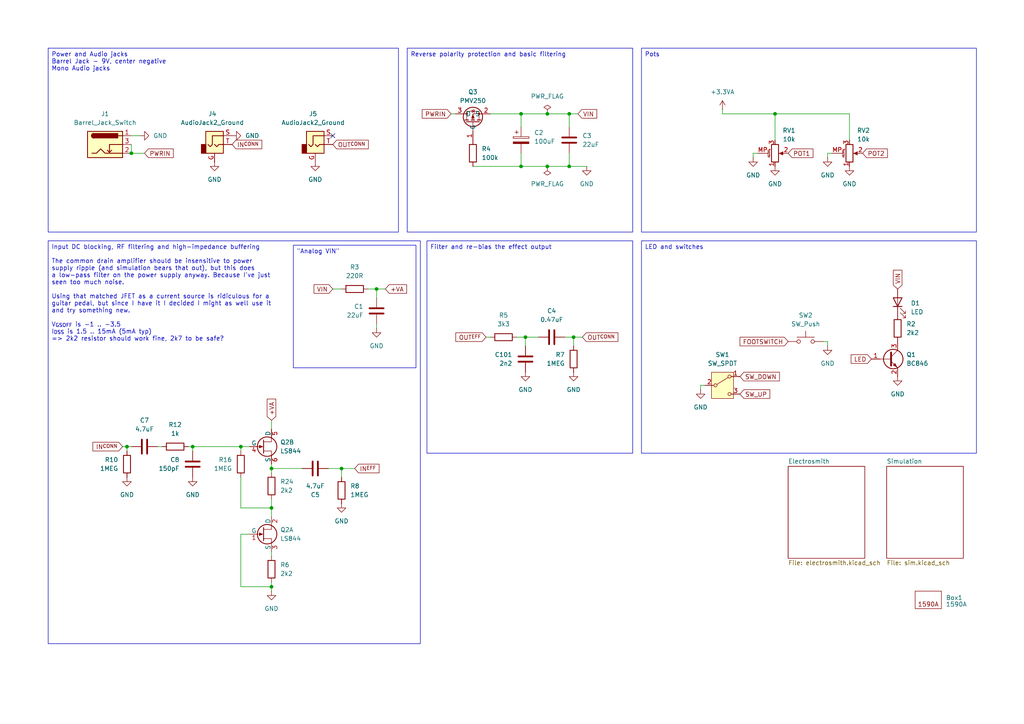
<source format=kicad_sch>
(kicad_sch (version 20250114) (generator "eeschema") (generator_version "9.0")
  (paper "A4")
  (title_block (title "Daisy Seed Base Board") (date "2025-08-18") (rev "v1.0"))
  (lib_symbols
    (symbol "Connector:Barrel_Jack_Switch" (pin_names (hide yes))
      (property "Reference" "J" (at 0 5.334 0))
      (property "Value" "Barrel_Jack_Switch" (at 0 -5.08 0))
      (symbol "Barrel_Jack_Switch_0_1"
        (rectangle (start -5.08 3.81) (end 5.08 -3.81) (stroke (width 0.254)) (fill (type background)))
        (polyline (pts (xy -3.81 -2.54) (xy -2.54 -2.54) (xy -1.27 -1.27) (xy 0 -2.54) (xy 2.54 -2.54) (xy 5.08 -2.54)) (stroke (width 0.254)))
        (arc (start -3.302 1.905) (mid -3.9343 2.54) (end -3.302 3.175) (stroke (width 0.254)))
        (arc (start -3.302 1.905) (mid -3.9343 2.54) (end -3.302 3.175) (stroke (width 0.254)) (fill (type outline)))
        (polyline (pts (xy 1.27 -2.286) (xy 1.905 -1.651)) (stroke (width 0.254)))
        (rectangle (start 3.683 3.175) (end -3.302 1.905) (stroke (width 0.254)) (fill (type outline)))
        (polyline (pts (xy 5.08 2.54) (xy 3.81 2.54)) (stroke (width 0.254)))
        (polyline (pts (xy 5.08 0) (xy 1.27 0) (xy 1.27 -2.286) (xy 0.635 -1.651)) (stroke (width 0.254)))
      )
      (symbol "Barrel_Jack_Switch_1_1"
        (pin passive line (at 7.62 2.54 180) (length 2.54) (name "~") (number "1"))
        (pin passive line (at 7.62 0 180) (length 2.54) (name "~") (number "3"))
        (pin passive line (at 7.62 -2.54 180) (length 2.54) (name "~") (number "2"))
      )
    )
    (symbol "Connector_Audio:AudioJack2_Ground"
      (property "Reference" "J" (at 0 8.89 0))
      (property "Value" "AudioJack2_Ground" (at 0 6.35 0))
      (symbol "AudioJack2_Ground_0_1"
        (rectangle (start -2.54 -2.54) (end -3.81 0) (stroke (width 0.254)) (fill (type outline)))
        (polyline (pts (xy 0 0) (xy 0.635 -0.635) (xy 1.27 0) (xy 2.54 0)) (stroke (width 0.254)))
        (rectangle (start 2.54 3.81) (end -2.54 -2.54) (stroke (width 0.254)) (fill (type background)))
        (polyline (pts (xy 2.54 2.54) (xy -0.635 2.54) (xy -0.635 0) (xy -1.27 -0.635) (xy -1.905 0)) (stroke (width 0.254)))
      )
      (symbol "AudioJack2_Ground_1_1"
        (pin passive line (at 0 -5.08 90) (length 2.54) (name "~") (number "G"))
        (pin passive line (at 5.08 2.54 180) (length 2.54) (name "~") (number "S"))
        (pin passive line (at 5.08 0 180) (length 2.54) (name "~") (number "T"))
      )
    )
    (symbol "Device:C" (pin_numbers (hide yes)) (pin_names (offset 0.254))
      (property "Reference" "C" (at 0.635 2.54 0))
      (property "Value" "C" (at 0.635 -2.54 0))
      (symbol "C_0_1"
        (polyline (pts (xy -2.032 0.762) (xy 2.032 0.762)) (stroke (width 0.508)))
        (polyline (pts (xy -2.032 -0.762) (xy 2.032 -0.762)) (stroke (width 0.508)))
      )
      (symbol "C_1_1"
        (pin passive line (at 0 3.81 270) (length 2.794) (name "~") (number "1"))
        (pin passive line (at 0 -3.81 90) (length 2.794) (name "~") (number "2"))
      )
    )
    (symbol "Device:C_Polarized" (pin_numbers (hide yes)) (pin_names (offset 0.254))
      (property "Reference" "C" (at 0.635 2.54 0))
      (property "Value" "C_Polarized" (at 0.635 -2.54 0))
      (symbol "C_Polarized_0_1"
        (rectangle (start -2.286 0.508) (end 2.286 1.016))
        (polyline (pts (xy -1.778 2.286) (xy -0.762 2.286)))
        (polyline (pts (xy -1.27 2.794) (xy -1.27 1.778)))
        (rectangle (start 2.286 -0.508) (end -2.286 -1.016) (fill (type outline)))
      )
      (symbol "C_Polarized_1_1"
        (pin passive line (at 0 3.81 270) (length 2.794) (name "~") (number "1"))
        (pin passive line (at 0 -3.81 90) (length 2.794) (name "~") (number "2"))
      )
    )
    (symbol "Device:LED" (pin_numbers (hide yes)) (pin_names (offset 1.016) (hide yes))
      (property "Reference" "D" (at 0 2.54 0))
      (property "Value" "LED" (at 0 -2.54 0))
      (symbol "LED_0_1"
        (polyline (pts (xy -3.048 -0.762) (xy -4.572 -2.286) (xy -3.81 -2.286) (xy -4.572 -2.286) (xy -4.572 -1.524)))
        (polyline (pts (xy -1.778 -0.762) (xy -3.302 -2.286) (xy -2.54 -2.286) (xy -3.302 -2.286) (xy -3.302 -1.524)))
        (polyline (pts (xy -1.27 0) (xy 1.27 0)))
        (polyline (pts (xy -1.27 -1.27) (xy -1.27 1.27)) (stroke (width 0.254)))
        (polyline (pts (xy 1.27 -1.27) (xy 1.27 1.27) (xy -1.27 0) (xy 1.27 -1.27)) (stroke (width 0.254)))
      )
      (symbol "LED_1_1"
        (pin passive line (at -3.81 0 0) (length 2.54) (name "K") (number "1"))
        (pin passive line (at 3.81 0 180) (length 2.54) (name "A") (number "2"))
      )
    )
    (symbol "Device:R" (pin_numbers (hide yes)) (pin_names (offset 0))
      (property "Reference" "R" (at 2.032 0 90))
      (property "Value" "R" (at 0 0 90))
      (symbol "R_0_1"
        (rectangle (start -1.016 -2.54) (end 1.016 2.54) (stroke (width 0.254)))
      )
      (symbol "R_1_1"
        (pin passive line (at 0 3.81 270) (length 1.27) (name "~") (number "1"))
        (pin passive line (at 0 -3.81 90) (length 1.27) (name "~") (number "2"))
      )
    )
    (symbol "Device:R_Potentiometer_MountingPin" (pin_names (offset 1.016) (hide yes))
      (property "Reference" "RV" (at -8.255 0 90))
      (property "Value" "R_Potentiometer_MountingPin" (at -6.35 0 90))
      (symbol "R_Potentiometer_MountingPin_0_1"
        (rectangle (start 1.016 2.54) (end -1.016 -2.54) (stroke (width 0.254)))
        (polyline (pts (xy 1.143 0) (xy 2.286 0.508) (xy 2.286 -0.508)) (fill (type outline)))
        (polyline (pts (xy 2.54 0) (xy 1.524 0)))
      )
      (symbol "R_Potentiometer_MountingPin_1_1"
        (polyline (pts (xy -2.032 1.016) (xy -2.032 -1.016)) (stroke (width 0.1524)))
        (text "Mounting" (at -1.651 0 900) (effects (font (size 0.381 0.381))))
        (pin passive line (at -5.08 0 0) (length 3.048) (name "MountPin") (number "MP"))
        (pin passive line (at 0 3.81 270) (length 1.27) (name "1") (number "1"))
        (pin passive line (at 0 -3.81 90) (length 1.27) (name "3") (number "3"))
        (pin passive line (at 3.81 0 180) (length 1.27) (name "2") (number "2"))
      )
    )
    (symbol "Mylib:Enclosure_1590A" (exclude_from_sim yes)
      (property "Reference" "Box" (at 0 0 0))
      (symbol "Enclosure_1590A_0_1"
        (rectangle (start -3.81 1.27) (end 3.81 -3.81))
      )
      (symbol "Enclosure_1590A_1_1"
        (text "1590A" (at 0 -2.54 0) (effects (font (size 1.27 1.27))))
      )
    )
    (symbol "Mylib:LS844" (pin_names (offset 0))
      (property "Reference" "Q" (at 5.08 1.27 0))
      (property "Value" "LS844" (at 7.62 -1.27 0))
      (symbol "LS844_1_1"
        (polyline (pts (xy 0 0) (xy -1.016 0.381) (xy -1.016 -0.381) (xy 0 0)) (fill (type outline)))
        (polyline (pts (xy 0.254 1.905) (xy 0.254 -1.905) (xy 0.254 -1.905)) (stroke (width 0.254)))
        (circle (center 1.27 0) (radius 2.8194) (stroke (width 0.254)))
        (polyline (pts (xy 2.54 2.54) (xy 2.54 1.397) (xy 0.254 1.397)))
        (polyline (pts (xy 2.54 -2.54) (xy 2.54 -1.27) (xy 0.254 -1.27)))
        (pin input line (at -3.81 0 0) (length 2.54) (name "G") (number "1"))
        (pin passive line (at 2.54 5.08 270) (length 2.54) (name "D") (number "2"))
        (pin passive line (at 2.54 -5.08 90) (length 2.54) (name "S") (number "3"))
      )
      (symbol "LS844_2_1"
        (polyline (pts (xy 0 0) (xy -1.016 0.381) (xy -1.016 -0.381) (xy 0 0)) (fill (type outline)))
        (polyline (pts (xy 0.254 1.905) (xy 0.254 -1.905) (xy 0.254 -1.905)) (stroke (width 0.254)))
        (circle (center 1.27 0) (radius 2.8194) (stroke (width 0.254)))
        (polyline (pts (xy 2.54 2.54) (xy 2.54 1.397) (xy 0.254 1.397)))
        (polyline (pts (xy 2.54 -2.54) (xy 2.54 -1.27) (xy 0.254 -1.27)))
        (pin input line (at -3.81 0 0) (length 2.54) (name "G") (number "4"))
        (pin passive line (at 2.54 5.08 270) (length 2.54) (name "D") (number "5"))
        (pin passive line (at 2.54 -5.08 90) (length 2.54) (name "S") (number "6"))
      )
    )
    (symbol "Mylib:PMV250EPEAR"
      (property "Reference" "Q" (at 0 4.572 0))
      (property "Value" "PMV250" (at 0 6.604 0))
      (symbol "PMV250EPEAR_0_1"
        (polyline (pts (xy -2.54 0) (xy -1.778 0)))
        (polyline (pts (xy -2.286 -1.778) (xy -1.27 -1.778)) (stroke (width 0.254)))
        (polyline (pts (xy -1.905 -2.286) (xy 1.905 -2.286)) (stroke (width 0.254)))
        (circle (center -1.778 0) (radius 0.254) (fill (type outline)))
        (polyline (pts (xy -1.778 -1.778) (xy -1.778 0.762) (xy 1.778 0.762) (xy 1.778 -1.778)))
        (polyline (pts (xy -0.508 -1.778) (xy 0.508 -1.778)) (stroke (width 0.254)))
        (polyline (pts (xy 0 -0.254) (xy -0.381 -1.27) (xy 0.381 -1.27) (xy 0 -0.254)) (fill (type outline)))
        (circle (center 0 -0.889) (radius 2.794) (stroke (width 0.254)))
        (polyline (pts (xy 0 -2.286) (xy 0 -5.08)))
        (polyline (pts (xy 0.381 0.762) (xy -0.254 0.381) (xy -0.254 1.143) (xy 0.381 0.762)))
        (polyline (pts (xy 0.508 0.254) (xy 0.381 0.381) (xy 0.381 1.143) (xy 0.254 1.27)))
        (polyline (pts (xy 1.27 -1.778) (xy 2.286 -1.778)) (stroke (width 0.254)))
        (circle (center 1.778 0) (radius 0.254) (fill (type outline)))
        (polyline (pts (xy 2.54 0) (xy 0 0) (xy 0 -1.778)))
      )
      (symbol "PMV250EPEAR_1_1"
        (pin passive line (at -5.08 0 0) (length 2.54) (name "D") (number "3"))
        (pin input line (at 0 -7.62 90) (length 2.54) (name "G") (number "1"))
        (pin passive line (at 5.08 0 180) (length 2.54) (name "S") (number "2"))
      )
    )
    (symbol "Switch:SW_Push" (pin_numbers (hide yes)) (pin_names (offset 1.016) (hide yes))
      (property "Reference" "SW" (at 1.27 2.54 0))
      (property "Value" "SW_Push" (at 0 -1.524 0))
      (symbol "SW_Push_0_1"
        (circle (center -2.032 0) (radius 0.508))
        (polyline (pts (xy 0 1.27) (xy 0 3.048)))
        (circle (center 2.032 0) (radius 0.508))
        (polyline (pts (xy 2.54 1.27) (xy -2.54 1.27)))
        (pin passive line (at -5.08 0 0) (length 2.54) (name "1") (number "1"))
        (pin passive line (at 5.08 0 180) (length 2.54) (name "2") (number "2"))
      )
    )
    (symbol "Switch:SW_SPDT" (pin_names (offset 0) (hide yes))
      (property "Reference" "SW" (at 0 5.08 0))
      (property "Value" "SW_SPDT" (at 0 -5.08 0))
      (symbol "SW_SPDT_0_1"
        (circle (center -2.032 0) (radius 0.4572))
        (polyline (pts (xy -1.651 0.254) (xy 1.651 2.286)))
        (circle (center 2.032 2.54) (radius 0.4572))
        (circle (center 2.032 -2.54) (radius 0.4572))
      )
      (symbol "SW_SPDT_1_1"
        (rectangle (start -3.175 3.81) (end 3.175 -3.81) (fill (type background)))
        (pin passive line (at -5.08 0 0) (length 2.54) (name "B") (number "2"))
        (pin passive line (at 5.08 2.54 180) (length 2.54) (name "A") (number "1"))
        (pin passive line (at 5.08 -2.54 180) (length 2.54) (name "C") (number "3"))
      )
    )
    (symbol "Transistor_BJT:BC846" (pin_names (offset 0) (hide yes))
      (property "Reference" "Q" (at 5.08 1.905 0))
      (property "Value" "BC846" (at 5.08 0 0))
      (symbol "BC846_0_1"
        (polyline (pts (xy -2.54 0) (xy 0.635 0)))
        (polyline (pts (xy 0.635 1.905) (xy 0.635 -1.905)) (stroke (width 0.508)))
        (circle (center 1.27 0) (radius 2.8194) (stroke (width 0.254)))
      )
      (symbol "BC846_1_1"
        (polyline (pts (xy 0.635 0.635) (xy 2.54 2.54)))
        (polyline (pts (xy 0.635 -0.635) (xy 2.54 -2.54)))
        (polyline (pts (xy 1.27 -1.778) (xy 1.778 -1.27) (xy 2.286 -2.286) (xy 1.27 -1.778)) (fill (type outline)))
        (pin input line (at -5.08 0 0) (length 2.54) (name "B") (number "1"))
        (pin passive line (at 2.54 5.08 270) (length 2.54) (name "C") (number "3"))
        (pin passive line (at 2.54 -5.08 90) (length 2.54) (name "E") (number "2"))
      )
    )
    (symbol "power:+3.3VA" (power) (pin_numbers (hide yes)) (pin_names (offset 0) (hide yes))
      (property "Value" "+3.3VA" (at 0 3.556 0))
      (symbol "+3.3VA_0_1"
        (polyline (pts (xy -0.762 1.27) (xy 0 2.54)))
        (polyline (pts (xy 0 2.54) (xy 0.762 1.27)))
        (polyline (pts (xy 0 0) (xy 0 2.54)))
      )
      (symbol "+3.3VA_1_1"
        (pin power_in line (at 0 0 90) (length 0) (name "~") (number "1"))
      )
    )
    (symbol "power:GND" (power) (pin_numbers (hide yes)) (pin_names (offset 0) (hide yes))
      (property "Value" "GND" (at 0 -3.81 0))
      (symbol "GND_0_1"
        (polyline (pts (xy 0 0) (xy 0 -1.27) (xy 1.27 -1.27) (xy 0 -2.54) (xy -1.27 -1.27) (xy 0 -1.27)))
      )
      (symbol "GND_1_1"
        (pin power_in line (at 0 0 270) (length 0) (name "~") (number "1"))
      )
    )
    (symbol "power:PWR_FLAG" (power) (pin_numbers (hide yes)) (pin_names (offset 0) (hide yes))
      (property "Value" "PWR_FLAG" (at 0 3.81 0))
      (symbol "PWR_FLAG_0_0"
        (pin power_out line (at 0 0 90) (length 0) (name "~") (number "1"))
      )
      (symbol "PWR_FLAG_0_1"
        (polyline (pts (xy 0 0) (xy 0 1.27) (xy -1.016 1.905) (xy 0 2.54) (xy 1.016 1.905) (xy 0 1.27)))
      )
    )
  )
  (text_box "Power and Audio jacks\nBarrel Jack - 9V, center negative\nMono Audio jacks" (at 13.97 13.97 0) (size 101.6 53.34) (margins 0.9525 0.9525 0.9525 0.9525) (effects (font (size 1.27 1.27)) (justify left top)))
  (text_box "Filter and re-bias the effect output" (at 123.825 69.85 0) (size 59.69 61.595) (margins 0.9525 0.9525 0.9525 0.9525) (effects (font (size 1.27 1.27)) (justify left top)))
  (text_box "\"Analog VIN\"" (at 85.09 71.12 0) (size 35.56 35.56) (margins 0.9525 0.9525 0.9525 0.9525) (effects (font (size 1.27 1.27)) (justify left top)))
  (text_box "Reverse polarity protection and basic filtering" (at 118.11 13.97 0) (size 65.405 53.34) (margins 0.9525 0.9525 0.9525 0.9525) (effects (font (size 1.27 1.27)) (justify left top)))
  (text_box "Pots" (at 186.055 13.97 0) (size 97.155 53.34) (margins 0.9525 0.9525 0.9525 0.9525) (effects (font (size 1.27 1.27)) (justify left top)))
  (text_box "LED and switches" (at 186.055 69.85 0) (size 97.155 61.595) (margins 0.9525 0.9525 0.9525 0.9525) (effects (font (size 1.27 1.27)) (justify left top)))
  (text_box "Input DC blocking, RF filtering and high-impedance buffering\n\nThe common drain amplifier should be insensitive to power\nsupply ripple (and simulation bears that out), but this does\na low-pass filter on the power supply anyway. Because I've just\nseen too much noise.\n\nUsing that matched JFET as a current source is ridiculous for a\nguitar pedal, but since I have it I decided I might as well use it\nand try something new.\n\nV_{GSOFF} is -1 .. -3.5\nI_{DSS} is 1.5 .. 15mA (5mA typ)\n=> 2k2 resistor should work fine, 2k7 to be safe?" (at 13.97 69.85 0) (size 107.95 116.84) (margins 0.9525 0.9525 0.9525 0.9525) (effects (font (size 1.27 1.27)) (justify left top)))
  (junction (at 151.13 33.02))
  (junction (at 78.74 147.32))
  (junction (at 78.74 135.89))
  (junction (at 151.13 48.26))
  (junction (at 165.1 33.02))
  (junction (at 99.06 135.89))
  (junction (at 78.74 170.18))
  (junction (at 69.85 129.54))
  (junction (at 158.75 48.26))
  (junction (at 109.22 83.82))
  (junction (at 152.4 97.79))
  (junction (at 38.1 44.45))
  (junction (at 166.37 97.79))
  (junction (at 36.83 129.54))
  (junction (at 55.88 129.54))
  (junction (at 224.79 33.02))
  (junction (at 158.75 33.02))
  (junction (at 165.1 48.26))
  (no_connect (at 96.52 39.37))
  (wire (pts (xy 152.4 97.79) (xy 152.4 100.33)))
  (wire (pts (xy 209.55 33.02) (xy 224.79 33.02)))
  (wire (pts (xy 219.71 44.45) (xy 218.44 44.45)))
  (wire (pts (xy 156.21 97.79) (xy 152.4 97.79)))
  (wire (pts (xy 246.38 33.02) (xy 246.38 40.64)))
  (wire (pts (xy 203.2 111.76) (xy 203.2 113.03)))
  (wire (pts (xy 55.88 129.54) (xy 55.88 130.81)))
  (wire (pts (xy 109.22 93.98) (xy 109.22 95.25)))
  (wire (pts (xy 140.97 97.79) (xy 142.24 97.79)))
  (wire (pts (xy 38.1 44.45) (xy 41.91 44.45)))
  (wire (pts (xy 151.13 44.45) (xy 151.13 48.26)))
  (wire (pts (xy 69.85 147.32) (xy 78.74 147.32)))
  (wire (pts (xy 165.1 44.45) (xy 165.1 48.26)))
  (wire (pts (xy 203.2 111.76) (xy 204.47 111.76)))
  (wire (pts (xy 240.03 99.06) (xy 238.76 99.06)))
  (wire (pts (xy 137.16 48.26) (xy 151.13 48.26)))
  (wire (pts (xy 95.25 135.89) (xy 99.06 135.89)))
  (wire (pts (xy 96.52 83.82) (xy 99.06 83.82)))
  (wire (pts (xy 78.74 135.89) (xy 78.74 134.62)))
  (wire (pts (xy 130.81 33.02) (xy 132.08 33.02)))
  (wire (pts (xy 240.03 100.33) (xy 240.03 99.06)))
  (wire (pts (xy 142.24 33.02) (xy 151.13 33.02)))
  (wire (pts (xy 78.74 168.91) (xy 78.74 170.18)))
  (wire (pts (xy 224.79 33.02) (xy 224.79 40.64)))
  (wire (pts (xy 241.3 44.45) (xy 240.03 44.45)))
  (wire (pts (xy 36.83 129.54) (xy 36.83 130.81)))
  (wire (pts (xy 165.1 33.02) (xy 165.1 36.83)))
  (wire (pts (xy 78.74 170.18) (xy 78.74 171.45)))
  (wire (pts (xy 218.44 44.45) (xy 218.44 45.72)))
  (wire (pts (xy 151.13 33.02) (xy 158.75 33.02)))
  (wire (pts (xy 69.85 129.54) (xy 69.85 130.81)))
  (wire (pts (xy 45.72 129.54) (xy 46.99 129.54)))
  (wire (pts (xy 78.74 137.16) (xy 78.74 135.89)))
  (wire (pts (xy 158.75 33.02) (xy 165.1 33.02)))
  (wire (pts (xy 158.75 48.26) (xy 165.1 48.26)))
  (wire (pts (xy 166.37 100.33) (xy 166.37 97.79)))
  (wire (pts (xy 78.74 144.78) (xy 78.74 147.32)))
  (wire (pts (xy 209.55 31.75) (xy 209.55 33.02)))
  (wire (pts (xy 54.61 129.54) (xy 55.88 129.54)))
  (wire (pts (xy 99.06 135.89) (xy 99.06 138.43)))
  (wire (pts (xy 165.1 33.02) (xy 167.64 33.02)))
  (wire (pts (xy 152.4 97.79) (xy 149.86 97.79)))
  (wire (pts (xy 111.76 83.82) (xy 109.22 83.82)))
  (wire (pts (xy 240.03 44.45) (xy 240.03 45.72)))
  (wire (pts (xy 69.85 129.54) (xy 72.39 129.54)))
  (wire (pts (xy 106.68 83.82) (xy 109.22 83.82)))
  (wire (pts (xy 38.1 41.91) (xy 38.1 44.45)))
  (wire (pts (xy 55.88 129.54) (xy 69.85 129.54)))
  (wire (pts (xy 78.74 135.89) (xy 87.63 135.89)))
  (wire (pts (xy 224.79 33.02) (xy 246.38 33.02)))
  (wire (pts (xy 166.37 97.79) (xy 168.91 97.79)))
  (wire (pts (xy 35.56 129.54) (xy 36.83 129.54)))
  (wire (pts (xy 78.74 121.92) (xy 78.74 124.46)))
  (wire (pts (xy 69.85 170.18) (xy 69.85 154.94)))
  (wire (pts (xy 38.1 39.37) (xy 40.64 39.37)))
  (wire (pts (xy 78.74 160.02) (xy 78.74 161.29)))
  (wire (pts (xy 36.83 129.54) (xy 38.1 129.54)))
  (wire (pts (xy 69.85 138.43) (xy 69.85 147.32)))
  (wire (pts (xy 78.74 170.18) (xy 69.85 170.18)))
  (wire (pts (xy 166.37 97.79) (xy 163.83 97.79)))
  (wire (pts (xy 99.06 135.89) (xy 102.87 135.89)))
  (wire (pts (xy 165.1 48.26) (xy 170.18 48.26)))
  (wire (pts (xy 109.22 83.82) (xy 109.22 86.36)))
  (wire (pts (xy 151.13 36.83) (xy 151.13 33.02)))
  (wire (pts (xy 151.13 48.26) (xy 158.75 48.26)))
  (wire (pts (xy 69.85 154.94) (xy 72.39 154.94)))
  (wire (pts (xy 78.74 147.32) (xy 78.74 149.86)))
  (global_label "+VA" (shape input) (at 111.76 83.82 0) (property "Intersheetrefs" "${INTERSHEET_REFS}" (effects (hide yes))))
  (global_label "FOOTSWITCH" (shape input) (at 228.6 99.06 180) (property "Intersheetrefs" "${INTERSHEET_REFS}" (effects (hide yes))))
  (global_label "IN^{CONN}" (shape input) (at 35.56 129.54 180) (property "Intersheetrefs" "${INTERSHEET_REFS}" (effects (hide yes))))
  (global_label "PWRIN" (shape input) (at 41.91 44.45 0) (property "Intersheetrefs" "${INTERSHEET_REFS}" (effects (hide yes))))
  (global_label "+VA" (shape input) (at 78.74 121.92 90) (property "Intersheetrefs" "${INTERSHEET_REFS}" (effects (hide yes))))
  (global_label "OUT^{CONN}" (shape input) (at 96.52 41.91 0) (property "Intersheetrefs" "${INTERSHEET_REFS}" (effects (hide yes))))
  (global_label "POT1" (shape input) (at 228.6 44.45 0) (property "Intersheetrefs" "${INTERSHEET_REFS}" (effects (hide yes))))
  (global_label "IN^{CONN}" (shape input) (at 67.31 41.91 0) (property "Intersheetrefs" "${INTERSHEET_REFS}" (effects (hide yes))))
  (global_label "OUT^{EFF}" (shape input) (at 140.97 97.79 180) (property "Intersheetrefs" "${INTERSHEET_REFS}" (effects (hide yes))))
  (global_label "OUT^{CONN}" (shape input) (at 168.91 97.79 0) (property "Intersheetrefs" "${INTERSHEET_REFS}" (effects (hide yes))))
  (global_label "IN^{EFF}" (shape input) (at 102.87 135.89 0) (property "Intersheetrefs" "${INTERSHEET_REFS}" (effects (hide yes))))
  (global_label "SW_UP" (shape input) (at 214.63 114.3 0) (property "Intersheetrefs" "${INTERSHEET_REFS}" (effects (hide yes))))
  (global_label "PWRIN" (shape input) (at 130.81 33.02 180) (property "Intersheetrefs" "${INTERSHEET_REFS}" (effects (hide yes))))
  (global_label "VIN" (shape input) (at 167.64 33.02 0) (property "Intersheetrefs" "${INTERSHEET_REFS}" (effects (hide yes))))
  (global_label "LED" (shape input) (at 252.73 104.14 180) (property "Intersheetrefs" "${INTERSHEET_REFS}" (effects (hide yes))))
  (global_label "SW_DOWN" (shape input) (at 214.63 109.22 0) (property "Intersheetrefs" "${INTERSHEET_REFS}" (effects (hide yes))))
  (global_label "VIN" (shape input) (at 260.35 83.82 90) (property "Intersheetrefs" "${INTERSHEET_REFS}" (effects (hide yes))))
  (global_label "POT2" (shape input) (at 250.19 44.45 0) (property "Intersheetrefs" "${INTERSHEET_REFS}" (effects (hide yes))))
  (global_label "VIN" (shape input) (at 96.52 83.82 180) (property "Intersheetrefs" "${INTERSHEET_REFS}" (effects (hide yes))))
  (symbol (lib_id "Connector_Audio:AudioJack2_Ground") (at 62.23 41.91 0) (unit 1) (exclude_from_sim yes)
    (property "Reference" "J4" (at 61.595 33.02 0))
    (property "Value" "AudioJack2_Ground" (at 61.595 35.56 0))
    (property "Footprint" "Mylib:CK-6.35" (effects (hide yes)))
    (property "Description" "Audio Jack, 2 Poles (Mono / TS), Grounded Sleeve" (effects (hide yes)))
  )
  (symbol (lib_id "power:GND") (at 36.83 138.43 0) (unit 1)
    (property "Reference" "#PWR012" (effects (hide yes)))
    (property "Value" "GND" (at 36.83 143.51 0))
    (property "Description" "Power symbol creates a global label with name \"GND\" , ground" (effects (hide yes)))
  )
  (symbol (lib_id "power:GND") (at 67.31 39.37 90) (unit 1)
    (property "Reference" "#PWR016" (effects (hide yes)))
    (property "Value" "GND" (at 71.12 39.3699 90) (effects (justify right)))
    (property "Description" "Power symbol creates a global label with name \"GND\" , ground" (effects (hide yes)))
  )
  (symbol (lib_id "power:GND") (at 109.22 95.25 0) (unit 1)
    (property "Reference" "#PWR022" (effects (hide yes)))
    (property "Value" "GND" (at 109.22 100.33 0))
    (property "Description" "Power symbol creates a global label with name \"GND\" , ground" (effects (hide yes)))
  )
  (symbol (lib_id "power:GND") (at 78.74 171.45 0) (unit 1)
    (property "Reference" "#PWR024" (effects (hide yes)))
    (property "Value" "GND" (at 78.74 176.53 0))
    (property "Description" "Power symbol creates a global label with name \"GND\" , ground" (effects (hide yes)))
  )
  (symbol (lib_id "power:GND") (at 218.44 45.72 0) (unit 1)
    (property "Reference" "#PWR06" (effects (hide yes)))
    (property "Value" "GND" (at 218.44 50.8 0))
    (property "Description" "Power symbol creates a global label with name \"GND\" , ground" (effects (hide yes)))
  )
  (symbol (lib_id "power:GND") (at 99.06 146.05 0) (unit 1)
    (property "Reference" "#PWR02" (effects (hide yes)))
    (property "Value" "GND" (at 99.06 151.13 0))
    (property "Description" "Power symbol creates a global label with name \"GND\" , ground" (effects (hide yes)))
  )
  (symbol (lib_id "Device:R") (at 102.87 83.82 90) (unit 1)
    (property "Reference" "R3" (at 102.87 77.47 90))
    (property "Value" "220R" (at 102.87 80.01 90))
    (property "Footprint" "Resistor_SMD:R_0805_2012Metric" (effects (hide yes)))
    (property "Description" "Resistor" (effects (hide yes)))
  )
  (symbol (lib_id "Device:R") (at 50.8 129.54 90) (unit 1)
    (property "Reference" "R12" (at 50.8 123.19 90))
    (property "Value" "1k" (at 50.8 125.73 90))
    (property "Footprint" "Resistor_SMD:R_0805_2012Metric" (effects (hide yes)))
    (property "Description" "Resistor" (effects (hide yes)))
  )
  (symbol (lib_id "power:GND") (at 203.2 113.03 0) (unit 1)
    (property "Reference" "#PWR03" (effects (hide yes)))
    (property "Value" "GND" (at 203.2 118.11 0))
    (property "Description" "Power symbol creates a global label with name \"GND\" , ground" (effects (hide yes)))
  )
  (symbol (lib_id "Mylib:LS844") (at 76.2 129.54 0) (unit 2)
    (property "Reference" "Q2" (at 81.28 128.2699 0) (effects (justify left)))
    (property "Value" "LS844" (at 81.28 130.8099 0) (effects (justify left)))
    (property "Footprint" "Package_TO_SOT_SMD:SOT-23-6" (effects (hide yes)))
    (property "Datasheet" "https://www.linearsystems.com/_files/ugd/7e8069_af7c9fb7f03c4b5d9006d837ab0e39e7.pdf" (effects (hide yes)))
    (property "Description" "Matched Dual N‑Channel JFET, SOT-23-6L" (effects (hide yes)))
    (property "Sim.Library" "/home/torvalds/KiCad/1590A/symbols/LS844.lib" (effects (hide yes)))
    (property "Sim.Name" "LS844" (effects (hide yes)))
    (property "Sim.Device" "SUBCKT" (effects (hide yes)))
    (property "Sim.Pins" "1=G1 2=D1 3=S1 4=G2 5=D2 6=S2" (effects (hide yes)))
  )
  (symbol (lib_id "Device:C") (at 55.88 134.62 0) (mirror y) (unit 1)
    (property "Reference" "C8" (at 52.07 133.3499 0) (effects (justify left)))
    (property "Value" "150pF" (at 52.07 135.8899 0) (effects (justify left)))
    (property "Footprint" "Capacitor_SMD:C_0805_2012Metric" (effects (hide yes)))
    (property "Description" "Unpolarized capacitor" (effects (hide yes)))
  )
  (symbol (lib_id "Connector:Barrel_Jack_Switch") (at 30.48 41.91 0) (unit 1) (exclude_from_sim yes)
    (property "Reference" "J1" (at 30.48 33.02 0))
    (property "Value" "Barrel_Jack_Switch" (at 30.48 35.56 0))
    (property "Footprint" "Connector_BarrelJack:BarrelJack_Wuerth_6941xx301002" (effects (hide yes)))
    (property "Description" "DC Barrel Jack with an internal switch" (effects (hide yes)))
  )
  (symbol (lib_id "power:GND") (at 246.38 48.26 0) (unit 1)
    (property "Reference" "#PWR08" (effects (hide yes)))
    (property "Value" "GND" (at 246.38 53.34 0))
    (property "Description" "Power symbol creates a global label with name \"GND\" , ground" (effects (hide yes)))
  )
  (symbol (lib_id "power:GND") (at 152.4 107.95 0) (unit 1)
    (property "Reference" "#PWR0102" (effects (hide yes)))
    (property "Value" "GND" (at 152.4 113.03 0))
    (property "Description" "Power symbol creates a global label with name \"GND\" , ground" (effects (hide yes)))
  )
  (symbol (lib_id "Device:R") (at 137.16 44.45 0) (unit 1)
    (property "Reference" "R4" (at 139.7 43.1799 0) (effects (justify left)))
    (property "Value" "100k" (at 139.7 45.7199 0) (effects (justify left)))
    (property "Footprint" "Resistor_SMD:R_0805_2012Metric" (effects (hide yes)))
    (property "Description" "Resistor" (effects (hide yes)))
  )
  (symbol (lib_id "power:PWR_FLAG") (at 158.75 33.02 0) (unit 1)
    (property "Reference" "#FLG01" (effects (hide yes)))
    (property "Value" "PWR_FLAG" (at 158.75 27.94 0))
    (property "Description" "Special symbol for telling ERC where power comes from" (effects (hide yes)))
  )
  (symbol (lib_id "power:GND") (at 91.44 46.99 0) (unit 1)
    (property "Reference" "#PWR018" (effects (hide yes)))
    (property "Value" "GND" (at 91.44 52.07 0))
    (property "Description" "Power symbol creates a global label with name \"GND\" , ground" (effects (hide yes)))
  )
  (symbol (lib_id "Device:R_Potentiometer_MountingPin") (at 224.79 44.45 0) (mirror x) (unit 1)
    (property "Reference" "RV1" (at 228.854 37.846 0))
    (property "Value" "10k" (at 228.854 40.386 0))
    (property "Footprint" "Mylib:Potentiometer_9mm_MP" (effects (hide yes)))
    (property "Description" "Potentiometer with a mounting pin" (effects (hide yes)))
    (property "Sim.Device" "R" (effects (hide yes)))
    (property "Sim.Type" "POT" (effects (hide yes)))
    (property "Sim.Pins" "1=r0 2=wiper 3=r1" (effects (hide yes)))
    (property "Sim.Params" "r=10k" (effects (hide yes)))
  )
  (symbol (lib_id "power:GND") (at 240.03 45.72 0) (unit 1)
    (property "Reference" "#PWR07" (effects (hide yes)))
    (property "Value" "GND" (at 240.03 50.8 0))
    (property "Description" "Power symbol creates a global label with name \"GND\" , ground" (effects (hide yes)))
  )
  (symbol (lib_id "Mylib:LS844") (at 76.2 154.94 0) (unit 1)
    (property "Reference" "Q2" (at 81.28 153.6699 0) (effects (justify left)))
    (property "Value" "LS844" (at 81.28 156.2099 0) (effects (justify left)))
    (property "Footprint" "Package_TO_SOT_SMD:SOT-23-6" (effects (hide yes)))
    (property "Datasheet" "https://www.linearsystems.com/_files/ugd/7e8069_af7c9fb7f03c4b5d9006d837ab0e39e7.pdf" (effects (hide yes)))
    (property "Description" "Matched Dual N‑Channel JFET, SOT-23-6L" (effects (hide yes)))
    (property "Sim.Library" "/home/torvalds/KiCad/1590A/symbols/LS844.lib" (effects (hide yes)))
    (property "Sim.Name" "LS844" (effects (hide yes)))
    (property "Sim.Device" "SUBCKT" (effects (hide yes)))
    (property "Sim.Pins" "1=G1 2=D1 3=S1 4=G2 5=D2 6=S2" (effects (hide yes)))
  )
  (symbol (lib_id "Device:C") (at 152.4 104.14 0) (mirror y) (unit 1)
    (property "Reference" "C101" (at 148.59 102.8699 0) (effects (justify left)))
    (property "Value" "2n2" (at 148.59 105.4099 0) (effects (justify left)))
    (property "Footprint" "Capacitor_SMD:C_0805_2012Metric" (effects (hide yes)))
    (property "Description" "Unpolarized capacitor" (effects (hide yes)))
  )
  (symbol (lib_id "Device:C") (at 41.91 129.54 90) (unit 1)
    (property "Reference" "C7" (at 41.91 121.92 90))
    (property "Value" "4.7uF" (at 41.91 124.46 90))
    (property "Footprint" "Capacitor_SMD:C_1206_3216Metric" (effects (hide yes)))
    (property "Description" "Unpolarized capacitor" (effects (hide yes)))
  )
  (symbol (lib_id "power:+3.3VA") (at 209.55 31.75 0) (unit 1)
    (property "Reference" "#PWR0101" (effects (hide yes)))
    (property "Value" "+3.3VA" (at 209.55 26.67 0))
    (property "Description" "Power symbol creates a global label with name \"+3.3VA\"" (effects (hide yes)))
  )
  (symbol (lib_id "Device:C_Polarized") (at 151.13 40.64 0) (unit 1)
    (property "Reference" "C2" (at 154.94 38.4809 0) (effects (justify left)))
    (property "Value" "100uF" (at 154.94 41.0209 0) (effects (justify left)))
    (property "Footprint" "Capacitor_THT:CP_Radial_D8.0mm_P3.50mm" (effects (hide yes)))
    (property "Description" "Polarized capacitor" (effects (hide yes)))
  )
  (symbol (lib_id "Mylib:PMV250EPEAR") (at 137.16 33.02 0) (unit 1)
    (property "Reference" "Q3" (at 137.16 26.67 0))
    (property "Value" "PMV250" (at 137.16 29.21 0))
    (property "Footprint" "Package_TO_SOT_SMD:SOT-23-3" (effects (hide yes)))
    (property "Datasheet" "https://assets.nexperia.com/documents/data-sheet/PMV250EPEA.pdf" (effects (hide yes)))
    (property "Description" "P-channel enhancement mode FET" (effects (hide yes)))
    (property "Sim.Library" "${KIPRJMOD}/../../symbols/pmv250epea.lib" (effects (hide yes)))
    (property "Sim.Name" "PMV250" (effects (hide yes)))
    (property "Sim.Device" "SUBCKT" (effects (hide yes)))
    (property "Sim.Pins" "1=GATE 2=SOURCE 3=DRAIN" (effects (hide yes)))
  )
  (symbol (lib_id "Device:R") (at 78.74 140.97 0) (unit 1)
    (property "Reference" "R24" (at 81.28 139.6999 0) (effects (justify left)))
    (property "Value" "2k2" (at 81.28 142.24 0) (effects (justify left)))
    (property "Footprint" "Resistor_SMD:R_0805_2012Metric" (effects (hide yes)))
    (property "Description" "Resistor" (effects (hide yes)))
  )
  (symbol (lib_id "Device:C") (at 160.02 97.79 90) (unit 1)
    (property "Reference" "C4" (at 160.02 90.17 90))
    (property "Value" "0.47uF" (at 160.02 92.71 90))
    (property "Footprint" "Capacitor_SMD:C_1206_3216Metric" (effects (hide yes)))
    (property "Description" "Unpolarized capacitor" (effects (hide yes)))
  )
  (symbol (lib_id "power:GND") (at 240.03 100.33 0) (unit 1)
    (property "Reference" "#PWR020" (effects (hide yes)))
    (property "Value" "GND" (at 240.03 105.41 0))
    (property "Description" "Power symbol creates a global label with name \"GND\" , ground" (effects (hide yes)))
  )
  (symbol (lib_id "Mylib:Enclosure_1590A") (at 269.24 172.72 0) (unit 1) (exclude_from_sim yes)
    (property "Reference" "Box1" (at 274.32 173.3549 0) (effects (justify left)))
    (property "Value" "1590A" (at 274.32 175.26 0) (effects (justify left)))
    (property "Footprint" "Mylib:1590A" (effects (hide yes)))
  )
  (symbol (lib_id "power:GND") (at 224.79 48.26 0) (unit 1)
    (property "Reference" "#PWR04" (effects (hide yes)))
    (property "Value" "GND" (at 224.79 53.34 0))
    (property "Description" "Power symbol creates a global label with name \"GND\" , ground" (effects (hide yes)))
  )
  (symbol (lib_id "Device:R") (at 99.06 142.24 0) (unit 1)
    (property "Reference" "R8" (at 101.6 140.9699 0) (effects (justify left)))
    (property "Value" "1MEG" (at 101.6 143.51 0) (effects (justify left)))
    (property "Footprint" "Resistor_SMD:R_0805_2012Metric" (effects (hide yes)))
    (property "Description" "Resistor" (effects (hide yes)))
  )
  (symbol (lib_id "Device:C") (at 91.44 135.89 90) (mirror x) (unit 1)
    (property "Reference" "C5" (at 91.44 143.51 90))
    (property "Value" "4.7uF" (at 91.44 140.97 90))
    (property "Footprint" "Capacitor_SMD:C_1206_3216Metric" (effects (hide yes)))
    (property "Description" "Unpolarized capacitor" (effects (hide yes)))
  )
  (symbol (lib_id "Device:R") (at 166.37 104.14 0) (mirror y) (unit 1)
    (property "Reference" "R7" (at 163.83 102.8699 0) (effects (justify left)))
    (property "Value" "1MEG" (at 163.83 105.41 0) (effects (justify left)))
    (property "Footprint" "Resistor_SMD:R_0805_2012Metric" (effects (hide yes)))
    (property "Description" "Resistor" (effects (hide yes)))
  )
  (symbol (lib_id "Switch:SW_Push") (at 233.68 99.06 0) (unit 1) (exclude_from_sim yes)
    (property "Reference" "SW2" (at 233.68 91.44 0))
    (property "Value" "SW_Push" (at 233.68 93.98 0))
    (property "Footprint" "Connector_PinHeader_2.54mm:PinHeader_1x02_P2.54mm_Vertical" (effects (hide yes)))
    (property "Description" "Push button switch, generic, two pins" (effects (hide yes)))
  )
  (symbol (lib_id "Device:C") (at 109.22 90.17 0) (mirror y) (unit 1)
    (property "Reference" "C1" (at 105.41 88.8999 0) (effects (justify left)))
    (property "Value" "22uF" (at 105.41 91.4399 0) (effects (justify left)))
    (property "Footprint" "Capacitor_SMD:C_1206_3216Metric" (effects (hide yes)))
    (property "Description" "Unpolarized capacitor" (effects (hide yes)))
  )
  (symbol (lib_id "power:GND") (at 55.88 138.43 0) (unit 1)
    (property "Reference" "#PWR015" (effects (hide yes)))
    (property "Value" "GND" (at 55.88 143.51 0))
    (property "Description" "Power symbol creates a global label with name \"GND\" , ground" (effects (hide yes)))
  )
  (symbol (lib_id "Transistor_BJT:BC846") (at 257.81 104.14 0) (unit 1)
    (property "Reference" "Q1" (at 262.89 102.8699 0) (effects (justify left)))
    (property "Value" "BC846" (at 262.89 105.4099 0) (effects (justify left)))
    (property "Footprint" "Package_TO_SOT_SMD:SOT-23" (effects (hide yes)))
    (property "Datasheet" "https://assets.nexperia.com/documents/data-sheet/BC846_SER.pdf" (effects (hide yes)))
    (property "Description" "0.1A Ic, 65V Vce, NPN Transistor, SOT-23" (effects (hide yes)))
    (property "Sim.Device" "NPN" (effects (hide yes)))
    (property "Sim.Type" "VBIC" (effects (hide yes)))
    (property "Sim.Pins" "1=B 2=E 3=C" (effects (hide yes)))
  )
  (symbol (lib_id "Device:LED") (at 260.35 87.63 90) (unit 1)
    (property "Reference" "D1" (at 264.16 87.9474 90) (effects (justify right)))
    (property "Value" "LED" (at 264.16 90.4874 90) (effects (justify right)))
    (property "Footprint" "LED_THT:LED_D5.0mm" (effects (hide yes)))
    (property "Description" "Light emitting diode" (effects (hide yes)))
    (property "Sim.Pins" "1=K 2=A" (effects (hide yes)))
    (property "Sim.Device" "D" (effects (hide yes)))
  )
  (symbol (lib_id "power:GND") (at 166.37 107.95 0) (unit 1)
    (property "Reference" "#PWR017" (effects (hide yes)))
    (property "Value" "GND" (at 166.37 113.03 0))
    (property "Description" "Power symbol creates a global label with name \"GND\" , ground" (effects (hide yes)))
  )
  (symbol (lib_id "Device:C") (at 165.1 40.64 0) (unit 1)
    (property "Reference" "C3" (at 168.91 39.3699 0) (effects (justify left)))
    (property "Value" "22uF" (at 168.91 41.9099 0) (effects (justify left)))
    (property "Footprint" "Capacitor_SMD:C_1206_3216Metric" (effects (hide yes)))
    (property "Description" "Unpolarized capacitor" (effects (hide yes)))
  )
  (symbol (lib_id "Device:R_Potentiometer_MountingPin") (at 246.38 44.45 0) (mirror x) (unit 1)
    (property "Reference" "RV2" (at 250.444 37.846 0))
    (property "Value" "10k" (at 250.444 40.386 0))
    (property "Footprint" "Mylib:Potentiometer_9mm_MP" (effects (hide yes)))
    (property "Description" "Potentiometer with a mounting pin" (effects (hide yes)))
    (property "Sim.Device" "R" (effects (hide yes)))
    (property "Sim.Type" "POT" (effects (hide yes)))
    (property "Sim.Pins" "1=r0 2=wiper 3=r1" (effects (hide yes)))
    (property "Sim.Params" "r=10k" (effects (hide yes)))
  )
  (symbol (lib_id "Device:R") (at 78.74 165.1 0) (unit 1)
    (property "Reference" "R6" (at 81.28 163.8299 0) (effects (justify left)))
    (property "Value" "2k2" (at 81.28 166.37 0) (effects (justify left)))
    (property "Footprint" "Resistor_SMD:R_0805_2012Metric" (effects (hide yes)))
    (property "Description" "Resistor" (effects (hide yes)))
  )
  (symbol (lib_id "power:PWR_FLAG") (at 158.75 48.26 180) (unit 1)
    (property "Reference" "#FLG02" (effects (hide yes)))
    (property "Value" "PWR_FLAG" (at 158.75 53.34 0))
    (property "Description" "Special symbol for telling ERC where power comes from" (effects (hide yes)))
  )
  (symbol (lib_id "power:GND") (at 40.64 39.37 90) (unit 1)
    (property "Reference" "#PWR01" (effects (hide yes)))
    (property "Value" "GND" (at 44.45 39.3699 90) (effects (justify right)))
    (property "Description" "Power symbol creates a global label with name \"GND\" , ground" (effects (hide yes)))
  )
  (symbol (lib_id "Device:R") (at 36.83 134.62 0) (mirror y) (unit 1)
    (property "Reference" "R10" (at 34.29 133.3499 0) (effects (justify left)))
    (property "Value" "1MEG" (at 34.29 135.89 0) (effects (justify left)))
    (property "Footprint" "Resistor_SMD:R_0805_2012Metric" (effects (hide yes)))
    (property "Description" "Resistor" (effects (hide yes)))
  )
  (symbol (lib_id "Device:R") (at 260.35 95.25 0) (unit 1)
    (property "Reference" "R2" (at 262.89 93.9799 0) (effects (justify left)))
    (property "Value" "2k2" (at 262.89 96.5199 0) (effects (justify left)))
    (property "Footprint" "Resistor_SMD:R_0805_2012Metric" (effects (hide yes)))
    (property "Description" "Resistor" (effects (hide yes)))
  )
  (symbol (lib_id "Device:R") (at 146.05 97.79 90) (unit 1)
    (property "Reference" "R5" (at 146.05 91.44 90))
    (property "Value" "3k3" (at 146.05 93.98 90))
    (property "Footprint" "Resistor_SMD:R_0805_2012Metric" (effects (hide yes)))
    (property "Description" "Resistor" (effects (hide yes)))
  )
  (symbol (lib_id "Switch:SW_SPDT") (at 209.55 111.76 0) (unit 1) (exclude_from_sim yes)
    (property "Reference" "SW1" (at 209.55 102.87 0))
    (property "Value" "SW_SPDT" (at 209.55 105.41 0))
    (property "Footprint" "Connector_PinHeader_2.54mm:PinHeader_1x03_P2.54mm_Vertical" (effects (hide yes)))
    (property "Description" "Switch, single pole double throw" (effects (hide yes)))
  )
  (symbol (lib_id "power:GND") (at 260.35 109.22 0) (unit 1)
    (property "Reference" "#PWR011" (effects (hide yes)))
    (property "Value" "GND" (at 260.35 114.3 0))
    (property "Description" "Power symbol creates a global label with name \"GND\" , ground" (effects (hide yes)))
  )
  (symbol (lib_id "Connector_Audio:AudioJack2_Ground") (at 91.44 41.91 0) (unit 1) (exclude_from_sim yes)
    (property "Reference" "J5" (at 90.805 33.02 0))
    (property "Value" "AudioJack2_Ground" (at 90.805 35.56 0))
    (property "Footprint" "Mylib:CK-6.35" (effects (hide yes)))
    (property "Description" "Audio Jack, 2 Poles (Mono / TS), Grounded Sleeve" (effects (hide yes)))
  )
  (symbol (lib_id "Device:R") (at 69.85 134.62 0) (mirror y) (unit 1)
    (property "Reference" "R16" (at 67.31 133.3499 0) (effects (justify left)))
    (property "Value" "1MEG" (at 67.31 135.89 0) (effects (justify left)))
    (property "Footprint" "Resistor_SMD:R_0805_2012Metric" (effects (hide yes)))
    (property "Description" "Resistor" (effects (hide yes)))
  )
  (symbol (lib_id "power:GND") (at 62.23 46.99 0) (unit 1)
    (property "Reference" "#PWR014" (effects (hide yes)))
    (property "Value" "GND" (at 62.23 52.07 0))
    (property "Description" "Power symbol creates a global label with name \"GND\" , ground" (effects (hide yes)))
  )
  (symbol (lib_id "power:GND") (at 170.18 48.26 0) (unit 1)
    (property "Reference" "#PWR05" (effects (hide yes)))
    (property "Value" "GND" (at 170.18 53.34 0))
    (property "Description" "Power symbol creates a global label with name \"GND\" , ground" (effects (hide yes)))
  )
  (sheet (at 228.6 135.255) (size 22.225 26.67) (stroke (width 0.1524))
    (property "Sheetname" "Electrosmith" (at 228.6 134.5434 0) (effects (justify left bottom)))
    (property "Sheetfile" "electrosmith.kicad_sch" (at 228.6 162.5096 0) (effects (justify left top)))
  )
  (sheet (at 257.175 135.255) (size 22.225 26.67) (stroke (width 0.1524))
    (property "Sheetname" "Simulation" (at 257.175 134.5434 0) (effects (justify left bottom)))
    (property "Sheetfile" "sim.kicad_sch" (at 257.175 162.5096 0) (effects (justify left top)))
  )
)
</source>
